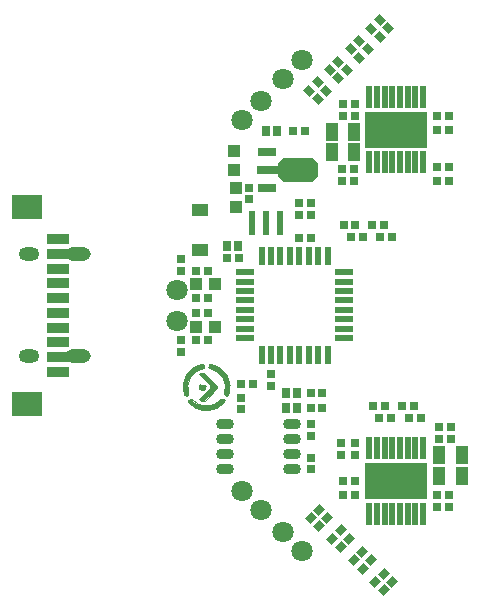
<source format=gts>
%FSLAX44Y44*%
%MOMM*%
G71*
G01*
G75*
%ADD16C,0.0500*%
%ADD17R,0.6000X1.6500*%
%ADD18R,1.6500X0.6000*%
%ADD19R,0.8032X0.7032*%
%ADD20R,0.7032X0.8032*%
%ADD21R,1.0032X1.5032*%
%ADD22R,1.4032X1.1032*%
%ADD23R,5.3000X3.1000*%
%ADD24R,0.5032X1.8532*%
%ADD25R,1.1032X1.5032*%
%ADD26O,1.5032X0.9032*%
%ADD27R,0.8000X0.9000*%
%ADD28R,1.6032X0.8032*%
%ADD29R,2.0032X0.8032*%
%AMOCTAGOND30*
4,1,8,-1.7016,-0.5258,-1.7016,0.5258,-1.1758,1.0516,1.1758,1.0516,1.7016,0.5258,1.7016,-0.5258,1.1758,-1.0516,-1.1758,-1.0516,-1.7016,-0.5258,0.0*
%
%ADD30OCTAGOND30*%

%AMROTATEDRECTD31*
4,1,4,-0.0354,0.5326,0.5326,-0.0354,0.0354,-0.5326,-0.5326,0.0354,-0.0354,0.5326,0.0*
%
%ADD31ROTATEDRECTD31*%

%ADD32R,1.0032X1.0032*%
%ADD33R,1.0032X1.0032*%
%AMROTATEDRECTD34*
4,1,4,0.5326,0.0354,-0.0354,-0.5326,-0.5326,-0.0354,0.0354,0.5326,0.5326,0.0354,0.0*
%
%ADD34ROTATEDRECTD34*%

%ADD35R,0.6000X2.1000*%
%ADD36R,2.6032X2.1032*%
%ADD37R,1.9032X0.9032*%
%ADD38C,1.8000*%
%ADD39C,0.1500*%
%ADD40O,1.7500X1.1500*%
%ADD41O,2.1500X1.1500*%
G36*
X721912Y592173D02*
X732970Y581115D01*
Y580215D01*
X732662Y580008D01*
X721619Y568965D01*
X718376D01*
X717470Y569465D01*
Y569966D01*
X717219Y570215D01*
X717677Y570673D01*
X727470Y580715D01*
X727005Y581423D01*
X717219Y591208D01*
Y591716D01*
X717970Y592466D01*
X718376Y592466D01*
X721720Y592466D01*
X721912Y592173D01*
D02*
G37*
G36*
X722762Y581423D02*
Y581173D01*
X722970Y580965D01*
Y580215D01*
X721470Y578716D01*
X717970D01*
X717376Y579309D01*
Y581716D01*
X717470Y581809D01*
Y582215D01*
X717970Y582715D01*
X717970Y582715D01*
X721055D01*
X721055Y582715D01*
X721470D01*
X722762Y581423D01*
D02*
G37*
G36*
X727469Y600215D02*
X728469D01*
X728719Y599966D01*
X729470Y599966D01*
X729969Y599465D01*
X730720D01*
X730969Y599216D01*
X731469D01*
X731970Y598716D01*
X732469D01*
X733220Y597966D01*
X733969D01*
X734719Y597215D01*
X734969D01*
X735720Y596465D01*
X735969D01*
X738469Y593965D01*
Y593716D01*
X739470Y592715D01*
X739470Y592466D01*
X740219Y591716D01*
X740219Y591465D01*
X740969Y590715D01*
Y590215D01*
X741469Y589715D01*
Y589216D01*
X741970Y588716D01*
X741970Y587966D01*
X742469Y587466D01*
Y586965D01*
X742719Y586716D01*
X742719Y585965D01*
X742970Y585715D01*
Y584966D01*
X743220Y584715D01*
Y582966D01*
X743469Y582715D01*
Y579216D01*
X743220Y578965D01*
Y576716D01*
X742970Y576465D01*
Y575965D01*
X742152Y573576D01*
X741542Y572966D01*
X740720D01*
X739969Y573465D01*
X738917Y574085D01*
X738520Y575286D01*
X739220Y577715D01*
X739470Y580715D01*
X739220Y584216D01*
X737970Y587715D01*
X735519Y591516D01*
X733234Y593583D01*
X729470Y595466D01*
X728220Y596216D01*
X727219D01*
X726970Y596465D01*
X725969Y596465D01*
X725470Y596965D01*
X725470Y597449D01*
Y599716D01*
X726219Y600465D01*
X727220D01*
X727469Y600215D01*
D02*
G37*
G36*
X721469Y599716D02*
Y597449D01*
X721470Y596965D01*
X720970Y596465D01*
X719969D01*
X719719Y596216D01*
X718720D01*
X717470Y595466D01*
X713705Y593583D01*
X711420Y591516D01*
X708969Y587715D01*
X707719Y584216D01*
X707470Y580715D01*
X707719Y577715D01*
X708419Y575286D01*
X708022Y574085D01*
X706970Y573465D01*
X706219Y572966D01*
X705398D01*
X704787Y573576D01*
X703970Y575965D01*
Y576465D01*
X703719Y576716D01*
Y578965D01*
X703470Y579216D01*
Y582715D01*
X703719Y582966D01*
Y584715D01*
X703970Y584966D01*
Y585715D01*
X704220Y585965D01*
Y586716D01*
X704470Y586965D01*
Y587466D01*
X704970Y587966D01*
Y588716D01*
X705470Y589216D01*
Y589715D01*
X705970Y590215D01*
Y590715D01*
X706720Y591465D01*
Y591716D01*
X707470Y592466D01*
Y592715D01*
X708470Y593716D01*
Y593965D01*
X710969Y596465D01*
X711220D01*
X711970Y597215D01*
X712220D01*
X712970Y597966D01*
X713719D01*
X714470Y598716D01*
X714969D01*
X715470Y599216D01*
X715970D01*
X716219Y599465D01*
X716970D01*
X717470Y599966D01*
X718220D01*
X718469Y600215D01*
X719470D01*
X719719Y600465D01*
X720721D01*
X721469Y599716D01*
D02*
G37*
G36*
X711970Y569715D02*
Y569465D01*
X712220D01*
X713969Y567715D01*
X714470D01*
X715470Y566716D01*
X715969D01*
X716470Y566216D01*
X716720D01*
X717719Y565715D01*
X718969Y565466D01*
X719719Y564966D01*
X721970D01*
X722220Y564715D01*
X725969D01*
X726220Y564966D01*
X727220D01*
X727720Y565466D01*
X728720D01*
X729220Y565965D01*
X729970D01*
X730720Y566716D01*
X731720D01*
X732719Y567715D01*
X733720Y568716D01*
X734016D01*
X735918Y570617D01*
X737332D01*
X738346Y569603D01*
X738832D01*
X738994Y569441D01*
Y567990D01*
X737220Y566216D01*
X735720Y564715D01*
X735220D01*
X734220Y563716D01*
X733970D01*
X733470Y563215D01*
X732970D01*
Y562966D01*
X732719Y562715D01*
X731720D01*
X730970Y561965D01*
X729970D01*
X729470Y561465D01*
X728470D01*
X728220Y561216D01*
X727219D01*
X726970Y560965D01*
X725969Y560715D01*
X721220D01*
X720970Y560965D01*
X719220D01*
X718719Y561465D01*
X717469D01*
X716970Y561965D01*
X715969D01*
X715219Y562715D01*
X714220D01*
X713220Y563716D01*
X712720D01*
X711720Y564715D01*
X711220D01*
X707945Y567990D01*
X707719Y568332D01*
Y569216D01*
X707970D01*
X708969Y570215D01*
X709577D01*
X710077Y570715D01*
X710969D01*
X711970Y569715D01*
D02*
G37*
D16*
X718376Y592466D02*
G03*
X717669Y590758I0J-1000D01*
G01*
X718376Y592466D02*
G03*
X717669Y590758I0J-1000D01*
G01*
X718376Y592466D02*
G03*
X717669Y590758I0J-1000D01*
G01*
X718376Y592466D02*
G03*
X717669Y590758I0J-1000D01*
G01*
X721912Y592173D02*
G03*
X721205Y592466I-707J-707D01*
G01*
X721912Y592173D02*
G03*
X721205Y592466I-707J-707D01*
G01*
X721912Y592173D02*
G03*
X721205Y592466I-707J-707D01*
G01*
X721912Y592173D02*
G03*
X721205Y592466I-707J-707D01*
G01*
X720646Y596464D02*
G03*
X721469Y597449I-177J984D01*
G01*
X720646Y596464D02*
G03*
X721469Y597449I-177J984D01*
G01*
Y599477D02*
G03*
X720312Y600465I-1000J0D01*
G01*
X721469Y599477D02*
G03*
X720312Y600465I-1000J0D01*
G01*
X721469Y599477D02*
G03*
X720312Y600465I-1000J0D01*
G01*
X721469Y599477D02*
G03*
X720312Y600465I-1000J0D01*
G01*
X720646Y596464D02*
G03*
X721469Y597449I-177J984D01*
G01*
X720646Y596464D02*
G03*
X721469Y597449I-177J984D01*
G01*
X725470D02*
G03*
X726293Y596464I1000J0D01*
G01*
X725470Y597449D02*
G03*
X726293Y596464I1000J0D01*
G01*
X725470Y597449D02*
G03*
X726293Y596464I1000J0D01*
G01*
X725470Y597449D02*
G03*
X726293Y596464I1000J0D01*
G01*
X726627Y600465D02*
G03*
X725470Y599477I-158J-988D01*
G01*
X726627Y600465D02*
G03*
X725470Y599477I-158J-988D01*
G01*
X726627Y600465D02*
G03*
X725470Y599477I-158J-988D01*
G01*
X726627Y600465D02*
G03*
X725470Y599477I-158J-988D01*
G01*
X742152Y573576D02*
G03*
X726627Y600465I-18682J7140D01*
G01*
X742152Y573576D02*
G03*
X726627Y600465I-18682J7140D01*
G01*
X742152Y573576D02*
G03*
X726627Y600465I-18682J7140D01*
G01*
X742152Y573576D02*
G03*
X726627Y600465I-18682J7140D01*
G01*
X707945Y568106D02*
G03*
X738994Y568106I15524J12609D01*
G01*
X738520Y575286D02*
G03*
X726293Y596464I-15051J5429D01*
G01*
X720646D02*
G03*
X708419Y575286I2824J-15749D01*
G01*
X720312Y600465D02*
G03*
X704787Y573576I3158J-19749D01*
G01*
X720646Y596464D02*
G03*
X708419Y575286I2824J-15749D01*
G01*
X720646Y596464D02*
G03*
X708419Y575286I2824J-15749D01*
G01*
X720646Y596464D02*
G03*
X708419Y575286I2824J-15749D01*
G01*
X738520D02*
G03*
X726293Y596464I-15051J5429D01*
G01*
X738520Y575286D02*
G03*
X726293Y596464I-15051J5429D01*
G01*
X738520Y575286D02*
G03*
X726293Y596464I-15051J5429D01*
G01*
X720312Y600465D02*
G03*
X704787Y573576I3158J-19749D01*
G01*
X707945Y568106D02*
G03*
X738994Y568106I15524J12609D01*
G01*
X707945D02*
G03*
X738994Y568106I15524J12609D01*
G01*
X720312Y600465D02*
G03*
X704787Y573576I3158J-19749D01*
G01*
X720312Y600465D02*
G03*
X704787Y573576I3158J-19749D01*
G01*
X707945Y568106D02*
G03*
X738994Y568106I15524J12609D01*
G01*
X711242Y570396D02*
G03*
X735697Y570396I12227J10320D01*
G01*
X711242D02*
G03*
X735697Y570396I12227J10320D01*
G01*
X711242D02*
G03*
X735697Y570396I12227J10320D01*
G01*
X711242D02*
G03*
X735697Y570396I12227J10320D01*
G01*
X718376Y582715D02*
G03*
X717376Y581716I0J-1000D01*
G01*
X721762Y582423D02*
G03*
X721055Y582715I-707J-707D01*
G01*
X721762Y582423D02*
G03*
X721055Y582715I-707J-707D01*
G01*
X721762Y582423D02*
G03*
X721055Y582715I-707J-707D01*
G01*
X721762Y582423D02*
G03*
X721055Y582715I-707J-707D01*
G01*
X718376D02*
G03*
X717376Y581716I0J-1000D01*
G01*
X718376Y582715D02*
G03*
X717376Y581716I0J-1000D01*
G01*
X718376Y582715D02*
G03*
X717376Y581716I0J-1000D01*
G01*
X736961Y570617D02*
G03*
X735697Y570396I-500J-866D01*
G01*
X732662Y580008D02*
G03*
X732662Y581423I-707J707D01*
G01*
X738994Y568106D02*
G03*
X738718Y569603I-776J631D01*
G01*
X738520Y575286D02*
G03*
X738961Y574081I941J-339D01*
G01*
X740718Y573067D02*
G03*
X742152Y573576I500J866D01*
G01*
X738994Y568106D02*
G03*
X738718Y569603I-776J631D01*
G01*
X740718Y573067D02*
G03*
X742152Y573576I500J866D01*
G01*
X738520Y575286D02*
G03*
X738961Y574081I941J-339D01*
G01*
X736961Y570617D02*
G03*
X735697Y570396I-500J-866D01*
G01*
X736961Y570617D02*
G03*
X735697Y570396I-500J-866D01*
G01*
X738994Y568106D02*
G03*
X738718Y569603I-776J631D01*
G01*
X738520Y575286D02*
G03*
X738961Y574081I941J-339D01*
G01*
X740718Y573067D02*
G03*
X742152Y573576I500J866D01*
G01*
X738994Y568106D02*
G03*
X738718Y569603I-776J631D01*
G01*
X740718Y573067D02*
G03*
X742152Y573576I500J866D01*
G01*
X738520Y575286D02*
G03*
X738961Y574081I941J-339D01*
G01*
X736961Y570617D02*
G03*
X735697Y570396I-500J-866D01*
G01*
X732662Y580008D02*
G03*
X732662Y581423I-707J707D01*
G01*
Y580008D02*
G03*
X732662Y581423I-707J707D01*
G01*
Y580008D02*
G03*
X732662Y581423I-707J707D01*
G01*
X711242Y570396D02*
G03*
X709978Y570617I-764J-645D01*
G01*
X717669Y570673D02*
G03*
X718376Y568965I707J-707D01*
G01*
X721205D02*
G03*
X721912Y569258I-0J1000D01*
G01*
X722762Y580008D02*
G03*
X722762Y581423I-707J707D01*
G01*
X727005Y580008D02*
G03*
X727005Y581423I-707J707D01*
G01*
X717376Y579715D02*
G03*
X718376Y578716I1000J0D01*
G01*
X721055D02*
G03*
X721762Y579008I0J1000D01*
G01*
X721055Y578716D02*
G03*
X721762Y579008I0J1000D01*
G01*
X721205Y568965D02*
G03*
X721912Y569258I-0J1000D01*
G01*
X717376Y579715D02*
G03*
X718376Y578716I1000J0D01*
G01*
X711242Y570396D02*
G03*
X709978Y570617I-764J-645D01*
G01*
X717669Y570673D02*
G03*
X718376Y568965I707J-707D01*
G01*
X711242Y570396D02*
G03*
X709978Y570617I-764J-645D01*
G01*
X717669Y570673D02*
G03*
X718376Y568965I707J-707D01*
G01*
X721205D02*
G03*
X721912Y569258I-0J1000D01*
G01*
X717376Y579715D02*
G03*
X718376Y578716I1000J0D01*
G01*
X721055D02*
G03*
X721762Y579008I0J1000D01*
G01*
X721055Y578716D02*
G03*
X721762Y579008I0J1000D01*
G01*
X721205Y568965D02*
G03*
X721912Y569258I-0J1000D01*
G01*
X717376Y579715D02*
G03*
X718376Y578716I1000J0D01*
G01*
X711242Y570396D02*
G03*
X709978Y570617I-764J-645D01*
G01*
X717669Y570673D02*
G03*
X718376Y568965I707J-707D01*
G01*
X722762Y580008D02*
G03*
X722762Y581423I-707J707D01*
G01*
Y580008D02*
G03*
X722762Y581423I-707J707D01*
G01*
Y580008D02*
G03*
X722762Y581423I-707J707D01*
G01*
X727005Y580008D02*
G03*
X727005Y581423I-707J707D01*
G01*
Y580008D02*
G03*
X727005Y581423I-707J707D01*
G01*
Y580008D02*
G03*
X727005Y581423I-707J707D01*
G01*
X708222Y569603D02*
G03*
X707945Y568106I500J-866D01*
G01*
X707978Y574081D02*
G03*
X708419Y575286I-500J866D01*
G01*
X704787Y573576D02*
G03*
X706221Y573067I934J357D01*
G01*
X707978Y574081D02*
G03*
X708419Y575286I-500J866D01*
G01*
X708222Y569603D02*
G03*
X707945Y568106I500J-866D01*
G01*
X704787Y573576D02*
G03*
X706221Y573067I934J357D01*
G01*
X704787Y573576D02*
G03*
X706221Y573067I934J357D01*
G01*
X708222Y569603D02*
G03*
X707945Y568106I500J-866D01*
G01*
X707978Y574081D02*
G03*
X708419Y575286I-500J866D01*
G01*
X707978Y574081D02*
G03*
X708419Y575286I-500J866D01*
G01*
X708222Y569603D02*
G03*
X707945Y568106I500J-866D01*
G01*
X704787Y573576D02*
G03*
X706221Y573067I934J357D01*
G01*
X718376Y592466D02*
X721205D01*
X718376D02*
X721205D01*
X718376D02*
X721205D01*
X718376D02*
X721205D01*
X721469Y597449D02*
Y599477D01*
Y597449D02*
Y599477D01*
Y597449D02*
Y599477D01*
Y597449D02*
Y599477D01*
X725470Y597449D02*
Y599477D01*
Y597449D02*
Y599477D01*
Y597449D02*
Y599477D01*
Y597449D02*
Y599477D01*
X721912Y592173D02*
X732662Y581423D01*
X721912Y592173D02*
X732662Y581423D01*
X721912Y592173D02*
X732662Y581423D01*
X721912Y592173D02*
X732662Y581423D01*
X708222Y569603D02*
X709978Y570617D01*
X721912Y569258D02*
X732662Y580008D01*
X708222Y569603D02*
X709978Y570617D01*
X708222Y569603D02*
X709978Y570617D01*
X708222Y569603D02*
X709978Y570617D01*
X721912Y569258D02*
X732662Y580008D01*
X721912Y569258D02*
X732662Y580008D01*
X721912Y569258D02*
X732662Y580008D01*
X721762Y582423D02*
X722762Y581423D01*
X717669Y590758D02*
X727005Y581423D01*
X721762Y582423D02*
X722762Y581423D01*
X721762Y582423D02*
X722762Y581423D01*
X721762Y582423D02*
X722762Y581423D01*
X717669Y590758D02*
X727005Y581423D01*
X717669Y590758D02*
X727005Y581423D01*
X717669Y590758D02*
X727005Y581423D01*
X736961Y570617D02*
X738718Y569603D01*
X738961Y574081D02*
X740718Y573067D01*
X736961Y570617D02*
X738718Y569603D01*
X738961Y574081D02*
X740718Y573067D01*
X738961Y574081D02*
X740718Y573067D01*
X736961Y570617D02*
X738718Y569603D01*
X736961Y570617D02*
X738718Y569603D01*
X738961Y574081D02*
X740718Y573067D01*
X718376Y582715D02*
X721055D01*
X718376D02*
X721055D01*
X718376D02*
X721055D01*
X718376D02*
X721055D01*
X717376Y579715D02*
Y581716D01*
X721762Y579008D02*
X722762Y580008D01*
X718376Y568965D02*
X721205D01*
X718376Y578716D02*
X721055D01*
X717669Y570673D02*
X727005Y580008D01*
X721762Y579008D02*
X722762Y580008D01*
X718376Y568965D02*
X721205D01*
X718376Y578716D02*
X721055D01*
X718376D02*
X721055D01*
X718376Y568965D02*
X721205D01*
X721762Y579008D02*
X722762Y580008D01*
X721762Y579008D02*
X722762Y580008D01*
X718376Y568965D02*
X721205D01*
X718376Y578716D02*
X721055D01*
X717376Y579715D02*
Y581716D01*
Y579715D02*
Y581716D01*
Y579715D02*
Y581716D01*
X717669Y570673D02*
X727005Y580008D01*
X717669Y570673D02*
X727005Y580008D01*
X717669Y570673D02*
X727005Y580008D01*
X706221Y573067D02*
X707978Y574081D01*
X706221Y573067D02*
X707978Y574081D01*
X706221Y573067D02*
X707978Y574081D01*
X706221Y573067D02*
X707978Y574081D01*
D17*
X825998Y692252D02*
D03*
X818002Y692248D02*
D03*
X809998Y692252D02*
D03*
X801998D02*
D03*
X793998Y692252D02*
D03*
X785998Y692252D02*
D03*
X777998Y692252D02*
D03*
X769998Y692252D02*
D03*
Y608252D02*
D03*
X778002Y608248D02*
D03*
X785998Y608252D02*
D03*
X794002Y608248D02*
D03*
X801998Y608252D02*
D03*
X810002Y608248D02*
D03*
X817998Y608252D02*
D03*
X826002Y608248D02*
D03*
D18*
X840002Y678248D02*
D03*
X839998Y670253D02*
D03*
X840002Y662248D02*
D03*
X839998Y654252D02*
D03*
Y646252D02*
D03*
Y638252D02*
D03*
Y630252D02*
D03*
X839998Y622252D02*
D03*
X755998Y622252D02*
D03*
X756002Y630248D02*
D03*
X756002Y638248D02*
D03*
X756002Y646248D02*
D03*
Y654248D02*
D03*
Y662248D02*
D03*
Y670248D02*
D03*
X756002Y678248D02*
D03*
D19*
X777999Y592002D02*
D03*
Y582002D02*
D03*
X836999Y523251D02*
D03*
X836999Y533251D02*
D03*
X848999Y523251D02*
D03*
X848999Y533251D02*
D03*
X701999Y689001D02*
D03*
X701999Y679001D02*
D03*
X701751Y610749D02*
D03*
Y620749D02*
D03*
X811999Y511252D02*
D03*
Y521252D02*
D03*
X811842Y549273D02*
D03*
Y539273D02*
D03*
X752749Y562002D02*
D03*
Y572002D02*
D03*
X759499Y739752D02*
D03*
Y749752D02*
D03*
D20*
X762749Y583499D02*
D03*
X752749Y583499D02*
D03*
X849251Y489251D02*
D03*
X839251Y489251D02*
D03*
X874502Y564751D02*
D03*
X864502Y564751D02*
D03*
X839251Y501251D02*
D03*
X849251Y501251D02*
D03*
X918516Y479264D02*
D03*
X928516D02*
D03*
X895248Y554749D02*
D03*
X905248Y554749D02*
D03*
X888748Y564749D02*
D03*
X898748D02*
D03*
X920498Y546999D02*
D03*
X930498D02*
D03*
X920498Y536999D02*
D03*
X930498D02*
D03*
X879252Y554751D02*
D03*
X869252Y554751D02*
D03*
X918516Y489264D02*
D03*
X928516D02*
D03*
X838503Y765502D02*
D03*
X848503D02*
D03*
X928749Y798499D02*
D03*
X918749Y798499D02*
D03*
X849252Y810751D02*
D03*
X839252Y810751D02*
D03*
X849189Y820805D02*
D03*
X839189Y820805D02*
D03*
X928749Y767249D02*
D03*
X918749Y767249D02*
D03*
X928749Y810499D02*
D03*
X918749Y810499D02*
D03*
X928749Y755499D02*
D03*
X918749Y755499D02*
D03*
X811499Y575999D02*
D03*
X821499D02*
D03*
X873748Y718249D02*
D03*
X863748D02*
D03*
X724750Y679500D02*
D03*
X714750Y679500D02*
D03*
X838503Y755502D02*
D03*
X848503D02*
D03*
X724751Y643501D02*
D03*
X714751D02*
D03*
X839502Y718251D02*
D03*
X849502Y718251D02*
D03*
X846002Y708251D02*
D03*
X856002D02*
D03*
X880248Y708249D02*
D03*
X870248Y708249D02*
D03*
X811499Y562999D02*
D03*
X821499Y562999D02*
D03*
X740749Y689999D02*
D03*
X750749Y689999D02*
D03*
X802003Y726753D02*
D03*
X812003D02*
D03*
X812000Y736750D02*
D03*
X802000D02*
D03*
X811998Y706749D02*
D03*
X801998D02*
D03*
X724750Y656500D02*
D03*
X714750Y656500D02*
D03*
X724751Y620501D02*
D03*
X714751Y620501D02*
D03*
X796499Y797749D02*
D03*
X806499Y797749D02*
D03*
D21*
X848500Y797250D02*
D03*
X829500D02*
D03*
X920500Y505250D02*
D03*
X939500D02*
D03*
D22*
X717750Y730750D02*
D03*
X717750Y696750D02*
D03*
D23*
X883880Y501189D02*
D03*
Y798811D02*
D03*
D24*
X861130Y473439D02*
D03*
X867630Y473439D02*
D03*
X874130Y473439D02*
D03*
X880630D02*
D03*
X887130Y473439D02*
D03*
X893630Y473439D02*
D03*
X900130Y473439D02*
D03*
X906630D02*
D03*
X861130Y528939D02*
D03*
X867630D02*
D03*
X874130D02*
D03*
X880630D02*
D03*
X887130D02*
D03*
X893630D02*
D03*
X900130D02*
D03*
X906630D02*
D03*
X861130Y771061D02*
D03*
X867630Y771061D02*
D03*
X874130D02*
D03*
X880630Y771061D02*
D03*
X887130Y771061D02*
D03*
X893630D02*
D03*
X900130D02*
D03*
X906630D02*
D03*
X861130Y826561D02*
D03*
X867630D02*
D03*
X874130D02*
D03*
X880630D02*
D03*
X887130D02*
D03*
X893630D02*
D03*
X900130D02*
D03*
X906630D02*
D03*
D25*
X920475Y523000D02*
D03*
X939525D02*
D03*
X829475Y779500D02*
D03*
X848525D02*
D03*
D26*
X796000Y549300D02*
D03*
Y536600D02*
D03*
Y523900D02*
D03*
Y511200D02*
D03*
X739000Y511200D02*
D03*
Y523900D02*
D03*
X739000Y536600D02*
D03*
Y549300D02*
D03*
D27*
X790500Y563001D02*
D03*
X800001D02*
D03*
X774000Y797751D02*
D03*
X783500D02*
D03*
X790500Y576001D02*
D03*
X800001D02*
D03*
X750000Y700499D02*
D03*
X740499D02*
D03*
D28*
X774250Y779750D02*
D03*
Y749750D02*
D03*
D29*
X776250Y764750D02*
D03*
D30*
X801250D02*
D03*
D31*
X824536Y831786D02*
D03*
X817465Y824715D02*
D03*
X842036Y849537D02*
D03*
X834965Y842465D02*
D03*
X817535Y838783D02*
D03*
X810464Y831712D02*
D03*
X877036Y884537D02*
D03*
X869965Y877466D02*
D03*
X859786Y866786D02*
D03*
X852715Y859715D02*
D03*
X852785Y873783D02*
D03*
X845714Y866712D02*
D03*
X870035Y891533D02*
D03*
X862964Y884462D02*
D03*
X835035Y856533D02*
D03*
X827964Y849462D02*
D03*
D32*
X714749Y667999D02*
D03*
X730749D02*
D03*
X714750Y632000D02*
D03*
X730750D02*
D03*
D33*
X748000Y749500D02*
D03*
Y733500D02*
D03*
X746500Y780750D02*
D03*
X746500Y764750D02*
D03*
D34*
X825787Y469964D02*
D03*
X818715Y477035D02*
D03*
X844286Y452464D02*
D03*
X837215Y459535D02*
D03*
X862536Y434214D02*
D03*
X855465Y441286D02*
D03*
X818533Y462965D02*
D03*
X811462Y470036D02*
D03*
X837033Y445465D02*
D03*
X829962Y452536D02*
D03*
X855533Y427215D02*
D03*
X848462Y434286D02*
D03*
X873283Y408965D02*
D03*
X866212Y416036D02*
D03*
X880536Y415714D02*
D03*
X873465Y422785D02*
D03*
D35*
X786000Y719750D02*
D03*
X774000D02*
D03*
X762000D02*
D03*
D36*
X571250Y566500D02*
D03*
Y733500D02*
D03*
D37*
X597250Y706250D02*
D03*
Y693750D02*
D03*
Y681250D02*
D03*
Y668750D02*
D03*
Y656250D02*
D03*
Y643750D02*
D03*
Y631250D02*
D03*
Y618750D02*
D03*
Y606250D02*
D03*
Y593750D02*
D03*
D38*
X698500Y636982D02*
D03*
Y663018D02*
D03*
X787896Y458551D02*
D03*
X769485Y476962D02*
D03*
X753601Y493199D02*
D03*
X803982Y442464D02*
D03*
Y857536D02*
D03*
X753601Y806801D02*
D03*
X769485Y823038D02*
D03*
X787896Y841449D02*
D03*
D39*
X609500Y621100D02*
D03*
Y678900D02*
D03*
D40*
X573000Y693200D02*
D03*
Y606800D02*
D03*
D41*
X614500Y693200D02*
D03*
Y606800D02*
D03*
M02*

</source>
